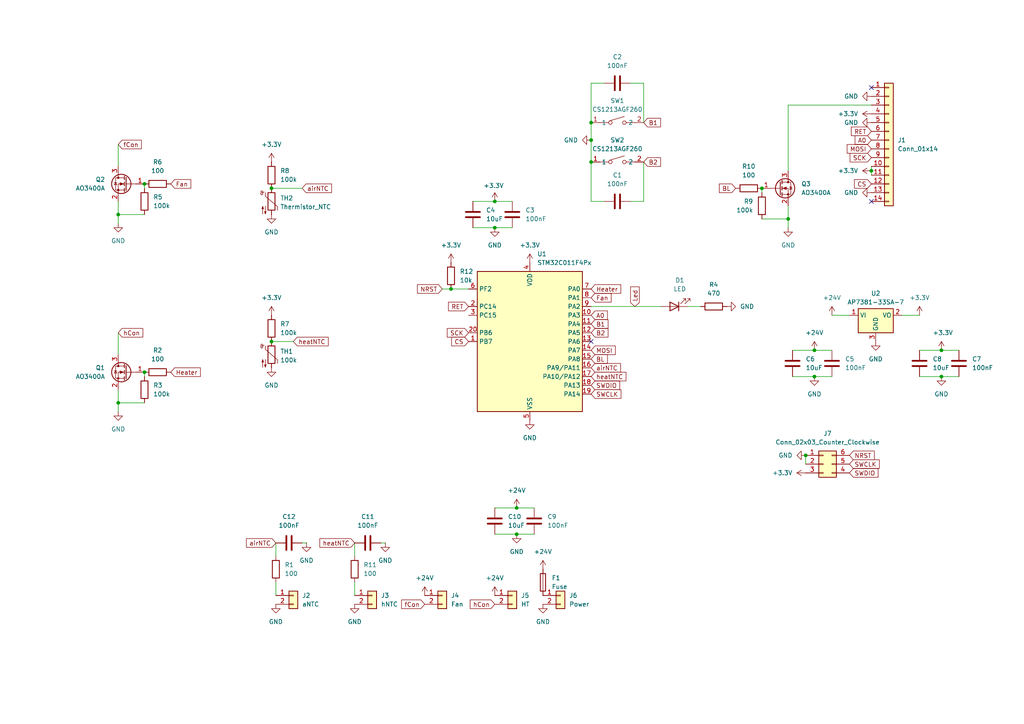
<source format=kicad_sch>
(kicad_sch (version 20250114) (generator "eeschema") (generator_version "9.0")
  (paper "A4")
  (lib_symbols
    (symbol "Connector_Generic:Conn_01x02" (pin_names (offset 1.016) (hide yes))
      (property "Reference" "J" (at 0 2.54 0))
      (property "Value" "Conn_01x02" (at 0 -5.08 0))
      (symbol "Conn_01x02_1_1"
        (rectangle (start -1.27 1.27) (end 1.27 -3.81) (stroke (width 0.254)) (fill (type background)))
        (rectangle (start -1.27 0.127) (end 0 -0.127) (stroke (width 0.1524)))
        (rectangle (start -1.27 -2.413) (end 0 -2.667) (stroke (width 0.1524)))
        (pin passive line (at -5.08 0 0) (length 3.81) (name "Pin_1") (number "1"))
        (pin passive line (at -5.08 -2.54 0) (length 3.81) (name "Pin_2") (number "2"))
      )
    )
    (symbol "Connector_Generic:Conn_01x14" (pin_names (offset 1.016) (hide yes))
      (property "Reference" "J" (at 0 17.78 0))
      (property "Value" "Conn_01x14" (at 0 -20.32 0))
      (symbol "Conn_01x14_1_1"
        (rectangle (start -1.27 16.51) (end 1.27 -19.05) (stroke (width 0.254)) (fill (type background)))
        (rectangle (start -1.27 15.367) (end 0 15.113) (stroke (width 0.1524)))
        (rectangle (start -1.27 12.827) (end 0 12.573) (stroke (width 0.1524)))
        (rectangle (start -1.27 10.287) (end 0 10.033) (stroke (width 0.1524)))
        (rectangle (start -1.27 7.747) (end 0 7.493) (stroke (width 0.1524)))
        (rectangle (start -1.27 5.207) (end 0 4.953) (stroke (width 0.1524)))
        (rectangle (start -1.27 2.667) (end 0 2.413) (stroke (width 0.1524)))
        (rectangle (start -1.27 0.127) (end 0 -0.127) (stroke (width 0.1524)))
        (rectangle (start -1.27 -2.413) (end 0 -2.667) (stroke (width 0.1524)))
        (rectangle (start -1.27 -4.953) (end 0 -5.207) (stroke (width 0.1524)))
        (rectangle (start -1.27 -7.493) (end 0 -7.747) (stroke (width 0.1524)))
        (rectangle (start -1.27 -10.033) (end 0 -10.287) (stroke (width 0.1524)))
        (rectangle (start -1.27 -12.573) (end 0 -12.827) (stroke (width 0.1524)))
        (rectangle (start -1.27 -15.113) (end 0 -15.367) (stroke (width 0.1524)))
        (rectangle (start -1.27 -17.653) (end 0 -17.907) (stroke (width 0.1524)))
        (pin passive line (at -5.08 15.24 0) (length 3.81) (name "Pin_1") (number "1"))
        (pin passive line (at -5.08 12.7 0) (length 3.81) (name "Pin_2") (number "2"))
        (pin passive line (at -5.08 10.16 0) (length 3.81) (name "Pin_3") (number "3"))
        (pin passive line (at -5.08 7.62 0) (length 3.81) (name "Pin_4") (number "4"))
        (pin passive line (at -5.08 5.08 0) (length 3.81) (name "Pin_5") (number "5"))
        (pin passive line (at -5.08 2.54 0) (length 3.81) (name "Pin_6") (number "6"))
        (pin passive line (at -5.08 0 0) (length 3.81) (name "Pin_7") (number "7"))
        (pin passive line (at -5.08 -2.54 0) (length 3.81) (name "Pin_8") (number "8"))
        (pin passive line (at -5.08 -5.08 0) (length 3.81) (name "Pin_9") (number "9"))
        (pin passive line (at -5.08 -7.62 0) (length 3.81) (name "Pin_10") (number "10"))
        (pin passive line (at -5.08 -10.16 0) (length 3.81) (name "Pin_11") (number "11"))
        (pin passive line (at -5.08 -12.7 0) (length 3.81) (name "Pin_12") (number "12"))
        (pin passive line (at -5.08 -15.24 0) (length 3.81) (name "Pin_13") (number "13"))
        (pin passive line (at -5.08 -17.78 0) (length 3.81) (name "Pin_14") (number "14"))
      )
    )
    (symbol "Connector_Generic:Conn_02x03_Counter_Clockwise" (pin_names (offset 1.016) (hide yes))
      (property "Reference" "J" (at 1.27 5.08 0))
      (property "Value" "Conn_02x03_Counter_Clockwise" (at 1.27 -5.08 0))
      (symbol "Conn_02x03_Counter_Clockwise_1_1"
        (rectangle (start -1.27 3.81) (end 3.81 -3.81) (stroke (width 0.254)) (fill (type background)))
        (rectangle (start -1.27 2.667) (end 0 2.413) (stroke (width 0.1524)))
        (rectangle (start -1.27 0.127) (end 0 -0.127) (stroke (width 0.1524)))
        (rectangle (start -1.27 -2.413) (end 0 -2.667) (stroke (width 0.1524)))
        (rectangle (start 3.81 2.667) (end 2.54 2.413) (stroke (width 0.1524)))
        (rectangle (start 3.81 0.127) (end 2.54 -0.127) (stroke (width 0.1524)))
        (rectangle (start 3.81 -2.413) (end 2.54 -2.667) (stroke (width 0.1524)))
        (pin passive line (at -5.08 2.54 0) (length 3.81) (name "Pin_1") (number "1"))
        (pin passive line (at -5.08 0 0) (length 3.81) (name "Pin_2") (number "2"))
        (pin passive line (at -5.08 -2.54 0) (length 3.81) (name "Pin_3") (number "3"))
        (pin passive line (at 7.62 2.54 180) (length 3.81) (name "Pin_6") (number "6"))
        (pin passive line (at 7.62 0 180) (length 3.81) (name "Pin_5") (number "5"))
        (pin passive line (at 7.62 -2.54 180) (length 3.81) (name "Pin_4") (number "4"))
      )
    )
    (symbol "Device:C" (pin_numbers (hide yes)) (pin_names (offset 0.254))
      (property "Reference" "C" (at 0.635 2.54 0))
      (property "Value" "C" (at 0.635 -2.54 0))
      (symbol "C_0_1"
        (polyline (pts (xy -2.032 0.762) (xy 2.032 0.762)) (stroke (width 0.508)))
        (polyline (pts (xy -2.032 -0.762) (xy 2.032 -0.762)) (stroke (width 0.508)))
      )
      (symbol "C_1_1"
        (pin passive line (at 0 3.81 270) (length 2.794) (name "~") (number "1"))
        (pin passive line (at 0 -3.81 90) (length 2.794) (name "~") (number "2"))
      )
    )
    (symbol "Device:Fuse" (pin_numbers (hide yes)) (pin_names (offset 0))
      (property "Reference" "F" (at 2.032 0 90))
      (property "Value" "Fuse" (at -1.905 0 90))
      (symbol "Fuse_0_1"
        (rectangle (start -0.762 -2.54) (end 0.762 2.54) (stroke (width 0.254)))
        (polyline (pts (xy 0 2.54) (xy 0 -2.54)))
      )
      (symbol "Fuse_1_1"
        (pin passive line (at 0 3.81 270) (length 1.27) (name "~") (number "1"))
        (pin passive line (at 0 -3.81 90) (length 1.27) (name "~") (number "2"))
      )
    )
    (symbol "Device:LED" (pin_numbers (hide yes)) (pin_names (offset 1.016) (hide yes))
      (property "Reference" "D" (at 0 2.54 0))
      (property "Value" "LED" (at 0 -2.54 0))
      (symbol "LED_0_1"
        (polyline (pts (xy -3.048 -0.762) (xy -4.572 -2.286) (xy -3.81 -2.286) (xy -4.572 -2.286) (xy -4.572 -1.524)))
        (polyline (pts (xy -1.778 -0.762) (xy -3.302 -2.286) (xy -2.54 -2.286) (xy -3.302 -2.286) (xy -3.302 -1.524)))
        (polyline (pts (xy -1.27 0) (xy 1.27 0)))
        (polyline (pts (xy -1.27 -1.27) (xy -1.27 1.27)) (stroke (width 0.254)))
        (polyline (pts (xy 1.27 -1.27) (xy 1.27 1.27) (xy -1.27 0) (xy 1.27 -1.27)) (stroke (width 0.254)))
      )
      (symbol "LED_1_1"
        (pin passive line (at -3.81 0 0) (length 2.54) (name "K") (number "1"))
        (pin passive line (at 3.81 0 180) (length 2.54) (name "A") (number "2"))
      )
    )
    (symbol "Device:R" (pin_numbers (hide yes)) (pin_names (offset 0))
      (property "Reference" "R" (at 2.032 0 90))
      (property "Value" "R" (at 0 0 90))
      (symbol "R_0_1"
        (rectangle (start -1.016 -2.54) (end 1.016 2.54) (stroke (width 0.254)))
      )
      (symbol "R_1_1"
        (pin passive line (at 0 3.81 270) (length 1.27) (name "~") (number "1"))
        (pin passive line (at 0 -3.81 90) (length 1.27) (name "~") (number "2"))
      )
    )
    (symbol "Device:Thermistor_NTC" (pin_numbers (hide yes)) (pin_names (offset 0))
      (property "Reference" "TH" (at -4.445 0 90))
      (property "Value" "Thermistor_NTC" (at 3.175 0 90))
      (symbol "Thermistor_NTC_0_1"
        (arc (start -3.175 2.413) (mid -3.0506 2.3165) (end -3.048 2.159))
        (arc (start -3.048 2.794) (mid -2.9736 2.9736) (end -2.794 3.048))
        (arc (start -2.794 3.048) (mid -2.6144 2.9736) (end -2.54 2.794))
        (arc (start -2.794 2.54) (mid -2.9736 2.6144) (end -3.048 2.794))
        (arc (start -2.794 1.905) (mid -2.9736 1.9794) (end -3.048 2.159))
        (arc (start -2.54 2.159) (mid -2.6144 1.9794) (end -2.794 1.905))
        (arc (start -2.159 2.794) (mid -2.434 2.5608) (end -2.794 2.54))
        (polyline (pts (xy -2.54 2.159) (xy -2.54 2.794)))
        (polyline (pts (xy -2.54 -3.683) (xy -2.54 -1.397) (xy -2.794 -2.159) (xy -2.286 -2.159) (xy -2.54 -1.397) (xy -2.54 -1.651)) (fill (type outline)))
        (polyline (pts (xy -1.778 2.54) (xy -1.778 1.524) (xy 1.778 -1.524) (xy 1.778 -2.54)))
        (polyline (pts (xy -1.778 -1.397) (xy -1.778 -3.683) (xy -2.032 -2.921) (xy -1.524 -2.921) (xy -1.778 -3.683) (xy -1.778 -3.429)) (fill (type outline)))
        (rectangle (start -1.016 2.54) (end 1.016 -2.54) (stroke (width 0.254)))
      )
      (symbol "Thermistor_NTC_1_1"
        (pin passive line (at 0 3.81 270) (length 1.27) (name "~") (number "1"))
        (pin passive line (at 0 -3.81 90) (length 1.27) (name "~") (number "2"))
      )
    )
    (symbol "MCU_ST_STM32C0:STM32C011F4Px"
      (property "Reference" "U" (at -15.24 21.59 0))
      (property "Value" "STM32C011F4Px" (at 2.54 21.59 0))
      (symbol "STM32C011F4Px_0_1"
        (rectangle (start -15.24 -20.32) (end 15.24 20.32) (stroke (width 0.254)) (fill (type background)))
      )
      (symbol "STM32C011F4Px_1_1"
        (pin bidirectional line (at -17.78 15.24 0) (length 2.54) (name "PF2") (number "6"))
        (pin bidirectional line (at -17.78 10.16 0) (length 2.54) (name "PC14") (number "2"))
        (pin bidirectional line (at -17.78 7.62 0) (length 2.54) (name "PC15") (number "3"))
        (pin bidirectional line (at -17.78 2.54 0) (length 2.54) (name "PB6") (number "20"))
        (pin bidirectional line (at -17.78 0 0) (length 2.54) (name "PB7") (number "1"))
        (pin power_in line (at 0 22.86 270) (length 2.54) (name "VDD") (number "4"))
        (pin power_in line (at 0 -22.86 90) (length 2.54) (name "VSS") (number "5"))
        (pin bidirectional line (at 17.78 15.24 180) (length 2.54) (name "PA0") (number "7"))
        (pin bidirectional line (at 17.78 12.7 180) (length 2.54) (name "PA1") (number "8"))
        (pin bidirectional line (at 17.78 10.16 180) (length 2.54) (name "PA2") (number "9"))
        (pin bidirectional line (at 17.78 7.62 180) (length 2.54) (name "PA3") (number "10"))
        (pin bidirectional line (at 17.78 5.08 180) (length 2.54) (name "PA4") (number "11"))
        (pin bidirectional line (at 17.78 2.54 180) (length 2.54) (name "PA5") (number "12"))
        (pin bidirectional line (at 17.78 0 180) (length 2.54) (name "PA6") (number "13"))
        (pin bidirectional line (at 17.78 -2.54 180) (length 2.54) (name "PA7") (number "14"))
        (pin bidirectional line (at 17.78 -5.08 180) (length 2.54) (name "PA8") (number "15"))
        (pin bidirectional line (at 17.78 -7.62 180) (length 2.54) (name "PA9/PA11") (number "16"))
        (pin bidirectional line (at 17.78 -10.16 180) (length 2.54) (name "PA10/PA12") (number "17"))
        (pin bidirectional line (at 17.78 -12.7 180) (length 2.54) (name "PA13") (number "18"))
        (pin bidirectional line (at 17.78 -15.24 180) (length 2.54) (name "PA14") (number "19"))
      )
    )
    (symbol "Regulator_Linear:AP7381-33SA-7"
      (property "Reference" "U" (at -3.81 3.175 0))
      (property "Value" "AP7381-33SA-7" (at 0 3.175 0))
      (symbol "AP7381-33SA-7_0_1"
        (rectangle (start -5.08 1.905) (end 5.08 -5.08) (stroke (width 0.254)) (fill (type background)))
      )
      (symbol "AP7381-33SA-7_1_1"
        (pin power_in line (at -7.62 0 0) (length 2.54) (name "VI") (number "1"))
        (pin power_in line (at 0 -7.62 90) (length 2.54) (name "GND") (number "3"))
        (pin power_out line (at 7.62 0 180) (length 2.54) (name "VO") (number "2"))
      )
    )
    (symbol "Transistor_FET:AO3400A" (pin_names (offset 0) (hide yes))
      (property "Reference" "Q" (at 5.08 1.905 0))
      (property "Value" "AO3400A" (at 5.08 0 0))
      (symbol "AO3400A_0_1"
        (polyline (pts (xy 0.254 1.905) (xy 0.254 -1.905)) (stroke (width 0.254)))
        (polyline (pts (xy 0.254 0) (xy -2.54 0)))
        (polyline (pts (xy 0.762 2.286) (xy 0.762 1.27)) (stroke (width 0.254)))
        (polyline (pts (xy 0.762 0.508) (xy 0.762 -0.508)) (stroke (width 0.254)))
        (polyline (pts (xy 0.762 -1.27) (xy 0.762 -2.286)) (stroke (width 0.254)))
        (polyline (pts (xy 0.762 -1.778) (xy 3.302 -1.778) (xy 3.302 1.778) (xy 0.762 1.778)))
        (polyline (pts (xy 1.016 0) (xy 2.032 0.381) (xy 2.032 -0.381) (xy 1.016 0)) (fill (type outline)))
        (circle (center 1.651 0) (radius 2.794) (stroke (width 0.254)))
        (polyline (pts (xy 2.54 2.54) (xy 2.54 1.778)))
        (circle (center 2.54 1.778) (radius 0.254) (fill (type outline)))
        (circle (center 2.54 -1.778) (radius 0.254) (fill (type outline)))
        (polyline (pts (xy 2.54 -2.54) (xy 2.54 0) (xy 0.762 0)))
        (polyline (pts (xy 2.921 0.381) (xy 3.683 0.381)))
        (polyline (pts (xy 3.302 0.381) (xy 2.921 -0.254) (xy 3.683 -0.254) (xy 3.302 0.381)))
      )
      (symbol "AO3400A_1_1"
        (pin input line (at -5.08 0 0) (length 2.54) (name "G") (number "1"))
        (pin passive line (at 2.54 5.08 270) (length 2.54) (name "D") (number "3"))
        (pin passive line (at 2.54 -5.08 90) (length 2.54) (name "S") (number "2"))
      )
    )
    (symbol "easyeda2kicad:TS-1088-AR02016"
      (property "Reference" "SW" (at 0 5.08 0))
      (property "Value" "TS-1088-AR02016" (at 0 -5.08 0))
      (symbol "TS-1088-AR02016_0_1"
        (polyline (pts (xy -5.08 0) (xy -2.54 0)))
        (polyline (pts (xy -2.29 0.51) (xy 2.03 1.78)))
        (circle (center -2.03 0) (radius 0.51))
        (circle (center 2.03 0) (radius 0.51))
        (polyline (pts (xy 5.08 0) (xy 2.54 0)))
        (pin unspecified line (at -7.62 0 0) (length 2.54) (name "1") (number "1"))
        (pin unspecified line (at 7.62 0 180) (length 2.54) (name "2") (number "2"))
      )
    )
    (symbol "power:+24V" (power) (pin_numbers (hide yes)) (pin_names (offset 0) (hide yes))
      (property "Value" "+24V" (at 0 3.556 0))
      (symbol "+24V_0_1"
        (polyline (pts (xy -0.762 1.27) (xy 0 2.54)))
        (polyline (pts (xy 0 2.54) (xy 0.762 1.27)))
        (polyline (pts (xy 0 0) (xy 0 2.54)))
      )
      (symbol "+24V_1_1"
        (pin power_in line (at 0 0 90) (length 0) (name "~") (number "1"))
      )
    )
    (symbol "power:+3.3V" (power) (pin_numbers (hide yes)) (pin_names (offset 0) (hide yes))
      (property "Value" "+3.3V" (at 0 3.556 0))
      (symbol "+3.3V_0_1"
        (polyline (pts (xy -0.762 1.27) (xy 0 2.54)))
        (polyline (pts (xy 0 2.54) (xy 0.762 1.27)))
        (polyline (pts (xy 0 0) (xy 0 2.54)))
      )
      (symbol "+3.3V_1_1"
        (pin power_in line (at 0 0 90) (length 0) (name "~") (number "1"))
      )
    )
    (symbol "power:GND" (power) (pin_numbers (hide yes)) (pin_names (offset 0) (hide yes))
      (property "Value" "GND" (at 0 -3.81 0))
      (symbol "GND_0_1"
        (polyline (pts (xy 0 0) (xy 0 -1.27) (xy 1.27 -1.27) (xy 0 -2.54) (xy -1.27 -1.27) (xy 0 -1.27)))
      )
      (symbol "GND_1_1"
        (pin power_in line (at 0 0 270) (length 0) (name "~") (number "1"))
      )
    )
  )
  (junction (at 228.6 63.5))
  (junction (at 34.29 62.23))
  (junction (at 171.45 40.64))
  (junction (at 252.73 49.53))
  (junction (at 273.05 109.22))
  (junction (at 143.51 58.42))
  (junction (at 236.22 101.6))
  (junction (at 41.91 107.95))
  (junction (at 171.45 46.99))
  (junction (at 236.22 109.22))
  (junction (at 149.86 147.32))
  (junction (at 143.51 66.04))
  (junction (at 220.98 54.61))
  (junction (at 130.81 83.82))
  (junction (at 273.05 101.6))
  (junction (at 78.74 99.06))
  (junction (at 149.86 154.94))
  (junction (at 78.74 54.61))
  (junction (at 233.68 132.08))
  (junction (at 34.29 116.84))
  (junction (at 41.91 53.34))
  (junction (at 171.45 35.56))
  (no_connect (at 252.73 25.4))
  (no_connect (at 171.45 99.06))
  (no_connect (at 252.73 58.42))
  (wire (pts (xy 278.13 109.22) (xy 273.05 109.22)))
  (wire (pts (xy 220.98 55.88) (xy 220.98 54.61)))
  (wire (pts (xy 233.68 132.08) (xy 233.68 134.62)))
  (wire (pts (xy 236.22 109.22) (xy 241.3 109.22)))
  (wire (pts (xy 273.05 101.6) (xy 278.13 101.6)))
  (wire (pts (xy 252.73 49.53) (xy 252.73 50.8)))
  (wire (pts (xy 182.88 58.42) (xy 186.69 58.42)))
  (wire (pts (xy 228.6 63.5) (xy 228.6 59.69)))
  (wire (pts (xy 171.45 24.13) (xy 175.26 24.13)))
  (wire (pts (xy 186.69 58.42) (xy 186.69 46.99)))
  (wire (pts (xy 171.45 58.42) (xy 175.26 58.42)))
  (wire (pts (xy 88.9 157.48) (xy 87.63 157.48)))
  (wire (pts (xy 171.45 46.99) (xy 171.45 58.42)))
  (wire (pts (xy 229.87 109.22) (xy 236.22 109.22)))
  (wire (pts (xy 228.6 63.5) (xy 220.98 63.5)))
  (wire (pts (xy 80.01 168.91) (xy 80.01 172.72)))
  (wire (pts (xy 34.29 62.23) (xy 41.91 62.23)))
  (wire (pts (xy 228.6 30.48) (xy 228.6 49.53)))
  (wire (pts (xy 228.6 66.04) (xy 228.6 63.5)))
  (wire (pts (xy 266.7 91.44) (xy 261.62 91.44)))
  (wire (pts (xy 87.63 54.61) (xy 78.74 54.61)))
  (wire (pts (xy 182.88 24.13) (xy 186.69 24.13)))
  (wire (pts (xy 137.16 58.42) (xy 143.51 58.42)))
  (wire (pts (xy 128.27 83.82) (xy 130.81 83.82)))
  (wire (pts (xy 34.29 62.23) (xy 34.29 58.42)))
  (wire (pts (xy 111.76 157.48) (xy 110.49 157.48)))
  (wire (pts (xy 143.51 58.42) (xy 148.59 58.42)))
  (wire (pts (xy 171.45 24.13) (xy 171.45 35.56)))
  (wire (pts (xy 266.7 101.6) (xy 273.05 101.6)))
  (wire (pts (xy 80.01 157.48) (xy 80.01 161.29)))
  (wire (pts (xy 34.29 96.52) (xy 34.29 102.87)))
  (wire (pts (xy 171.45 88.9) (xy 191.77 88.9)))
  (wire (pts (xy 143.51 154.94) (xy 149.86 154.94)))
  (wire (pts (xy 149.86 154.94) (xy 154.94 154.94)))
  (wire (pts (xy 143.51 66.04) (xy 148.59 66.04)))
  (wire (pts (xy 186.69 24.13) (xy 186.69 35.56)))
  (wire (pts (xy 252.73 30.48) (xy 228.6 30.48)))
  (wire (pts (xy 130.81 83.82) (xy 135.89 83.82)))
  (wire (pts (xy 34.29 116.84) (xy 41.91 116.84)))
  (wire (pts (xy 34.29 116.84) (xy 34.29 113.03)))
  (wire (pts (xy 229.87 101.6) (xy 236.22 101.6)))
  (wire (pts (xy 34.29 119.38) (xy 34.29 116.84)))
  (wire (pts (xy 241.3 91.44) (xy 246.38 91.44)))
  (wire (pts (xy 236.22 101.6) (xy 241.3 101.6)))
  (wire (pts (xy 41.91 54.61) (xy 41.91 53.34)))
  (wire (pts (xy 41.91 109.22) (xy 41.91 107.95)))
  (wire (pts (xy 143.51 147.32) (xy 149.86 147.32)))
  (wire (pts (xy 203.2 88.9) (xy 199.39 88.9)))
  (wire (pts (xy 149.86 147.32) (xy 154.94 147.32)))
  (wire (pts (xy 85.09 99.06) (xy 78.74 99.06)))
  (wire (pts (xy 34.29 41.91) (xy 34.29 48.26)))
  (wire (pts (xy 34.29 64.77) (xy 34.29 62.23)))
  (wire (pts (xy 171.45 40.64) (xy 171.45 46.99)))
  (wire (pts (xy 137.16 66.04) (xy 143.51 66.04)))
  (wire (pts (xy 102.87 157.48) (xy 102.87 161.29)))
  (wire (pts (xy 171.45 40.64) (xy 171.45 35.56)))
  (wire (pts (xy 102.87 168.91) (xy 102.87 172.72)))
  (wire (pts (xy 252.73 48.26) (xy 252.73 49.53)))
  (wire (pts (xy 266.7 109.22) (xy 273.05 109.22)))
  (global_label "Fan" (shape input) (at 49.53 53.34 0) (property "Intersheetrefs" "${INTERSHEET_REFS}" (effects (hide yes))))
  (global_label "SWDIO" (shape input) (at 246.38 137.16 0) (property "Intersheetrefs" "${INTERSHEET_REFS}" (effects (hide yes))))
  (global_label "RET" (shape input) (at 135.89 88.9 180) (property "Intersheetrefs" "${INTERSHEET_REFS}" (effects (hide yes))))
  (global_label "hCon" (shape input) (at 143.51 175.26 180) (property "Intersheetrefs" "${INTERSHEET_REFS}" (effects (hide yes))))
  (global_label "fCon" (shape input) (at 34.29 41.91 0) (property "Intersheetrefs" "${INTERSHEET_REFS}" (effects (hide yes))))
  (global_label "airNTC" (shape input) (at 80.01 157.48 180) (property "Intersheetrefs" "${INTERSHEET_REFS}" (effects (hide yes))))
  (global_label "RET" (shape input) (at 252.73 38.1 180) (property "Intersheetrefs" "${INTERSHEET_REFS}" (effects (hide yes))))
  (global_label "fCon" (shape input) (at 123.19 175.26 180) (property "Intersheetrefs" "${INTERSHEET_REFS}" (effects (hide yes))))
  (global_label "CS" (shape input) (at 252.73 53.34 180) (property "Intersheetrefs" "${INTERSHEET_REFS}" (effects (hide yes))))
  (global_label "heatNTC" (shape input) (at 171.45 109.22 0) (property "Intersheetrefs" "${INTERSHEET_REFS}" (effects (hide yes))))
  (global_label "airNTC" (shape input) (at 171.45 106.68 0) (property "Intersheetrefs" "${INTERSHEET_REFS}" (effects (hide yes))))
  (global_label "SWDIO" (shape input) (at 171.45 111.76 0) (property "Intersheetrefs" "${INTERSHEET_REFS}" (effects (hide yes))))
  (global_label "SWCLK" (shape input) (at 171.45 114.3 0) (property "Intersheetrefs" "${INTERSHEET_REFS}" (effects (hide yes))))
  (global_label "MOSI" (shape input) (at 171.45 101.6 0) (property "Intersheetrefs" "${INTERSHEET_REFS}" (effects (hide yes))))
  (global_label "Heater" (shape input) (at 171.45 83.82 0) (property "Intersheetrefs" "${INTERSHEET_REFS}" (effects (hide yes))))
  (global_label "Fan" (shape input) (at 171.45 86.36 0) (property "Intersheetrefs" "${INTERSHEET_REFS}" (effects (hide yes))))
  (global_label "B1" (shape input) (at 171.45 93.98 0) (property "Intersheetrefs" "${INTERSHEET_REFS}" (effects (hide yes))))
  (global_label "B2" (shape input) (at 171.45 96.52 0) (property "Intersheetrefs" "${INTERSHEET_REFS}" (effects (hide yes))))
  (global_label "Led" (shape input) (at 184.15 88.9 90) (property "Intersheetrefs" "${INTERSHEET_REFS}" (effects (hide yes))))
  (global_label "SCK" (shape input) (at 135.89 96.52 180) (property "Intersheetrefs" "${INTERSHEET_REFS}" (effects (hide yes))))
  (global_label "NRST" (shape input) (at 128.27 83.82 180) (property "Intersheetrefs" "${INTERSHEET_REFS}" (effects (hide yes))))
  (global_label "B1" (shape input) (at 186.69 35.56 0) (property "Intersheetrefs" "${INTERSHEET_REFS}" (effects (hide yes))))
  (global_label "BL" (shape input) (at 171.45 104.14 0) (property "Intersheetrefs" "${INTERSHEET_REFS}" (effects (hide yes))))
  (global_label "A0" (shape input) (at 171.45 91.44 0) (property "Intersheetrefs" "${INTERSHEET_REFS}" (effects (hide yes))))
  (global_label "Heater" (shape input) (at 49.53 107.95 0) (property "Intersheetrefs" "${INTERSHEET_REFS}" (effects (hide yes))))
  (global_label "BL" (shape input) (at 213.36 54.61 180) (property "Intersheetrefs" "${INTERSHEET_REFS}" (effects (hide yes))))
  (global_label "heatNTC" (shape input) (at 102.87 157.48 180) (property "Intersheetrefs" "${INTERSHEET_REFS}" (effects (hide yes))))
  (global_label "NRST" (shape input) (at 246.38 132.08 0) (property "Intersheetrefs" "${INTERSHEET_REFS}" (effects (hide yes))))
  (global_label "hCon" (shape input) (at 34.29 96.52 0) (property "Intersheetrefs" "${INTERSHEET_REFS}" (effects (hide yes))))
  (global_label "CS" (shape input) (at 135.89 99.06 180) (property "Intersheetrefs" "${INTERSHEET_REFS}" (effects (hide yes))))
  (global_label "A0" (shape input) (at 252.73 40.64 180) (property "Intersheetrefs" "${INTERSHEET_REFS}" (effects (hide yes))))
  (global_label "B2" (shape input) (at 186.69 46.99 0) (property "Intersheetrefs" "${INTERSHEET_REFS}" (effects (hide yes))))
  (global_label "SWCLK" (shape input) (at 246.38 134.62 0) (property "Intersheetrefs" "${INTERSHEET_REFS}" (effects (hide yes))))
  (global_label "MOSI" (shape input) (at 252.73 43.18 180) (property "Intersheetrefs" "${INTERSHEET_REFS}" (effects (hide yes))))
  (global_label "SCK" (shape input) (at 252.73 45.72 180) (property "Intersheetrefs" "${INTERSHEET_REFS}" (effects (hide yes))))
  (global_label "heatNTC" (shape input) (at 85.09 99.06 0) (property "Intersheetrefs" "${INTERSHEET_REFS}" (effects (hide yes))))
  (global_label "airNTC" (shape input) (at 87.63 54.61 0) (property "Intersheetrefs" "${INTERSHEET_REFS}" (effects (hide yes))))
  (symbol (lib_id "power:+24V") (at 157.48 165.1 0) (unit 1)
    (property "Reference" "#PWR022" (effects (hide yes)))
    (property "Value" "+24V" (at 157.48 160.02 0))
    (property "Description" "Power symbol creates a global label with name \"+24V\"" (effects (hide yes)))
  )
  (symbol (lib_id "Device:C") (at 278.13 105.41 0) (unit 1)
    (property "Reference" "C7" (at 281.94 104.1399 0) (effects (justify left)))
    (property "Value" "100nF" (at 281.94 106.6799 0) (effects (justify left)))
    (property "Description" "Unpolarized capacitor" (effects (hide yes)))
  )
  (symbol (lib_id "Device:C") (at 148.59 62.23 0) (unit 1)
    (property "Reference" "C3" (at 152.4 60.9599 0) (effects (justify left)))
    (property "Value" "100nF" (at 152.4 63.4999 0) (effects (justify left)))
    (property "Description" "Unpolarized capacitor" (effects (hide yes)))
  )
  (symbol (lib_id "power:GND") (at 210.82 88.9 90) (unit 1)
    (property "Reference" "#PWR07" (effects (hide yes)))
    (property "Value" "GND" (at 214.63 88.8999 90) (effects (justify right)))
    (property "Description" "Power symbol creates a global label with name \"GND\" , ground" (effects (hide yes)))
  )
  (symbol (lib_id "power:GND") (at 34.29 64.77 0) (unit 1)
    (property "Reference" "#PWR06" (effects (hide yes)))
    (property "Value" "GND" (at 34.29 69.85 0))
    (property "Description" "Power symbol creates a global label with name \"GND\" , ground" (effects (hide yes)))
  )
  (symbol (lib_id "Device:R") (at 41.91 113.03 180) (unit 1)
    (property "Reference" "R3" (at 44.45 111.7599 0) (effects (justify right)))
    (property "Value" "100k" (at 44.45 114.2999 0) (effects (justify right)))
    (property "Description" "Resistor" (effects (hide yes)))
  )
  (symbol (lib_id "power:GND") (at 78.74 62.23 0) (unit 1)
    (property "Reference" "#PWR011" (effects (hide yes)))
    (property "Value" "GND" (at 78.74 67.31 0))
    (property "Description" "Power symbol creates a global label with name \"GND\" , ground" (effects (hide yes)))
  )
  (symbol (lib_id "Device:R") (at 80.01 165.1 0) (unit 1)
    (property "Reference" "R1" (at 82.55 163.8299 0) (effects (justify left)))
    (property "Value" "100" (at 82.55 166.3699 0) (effects (justify left)))
    (property "Description" "Resistor" (effects (hide yes)))
  )
  (symbol (lib_id "Device:C") (at 266.7 105.41 0) (unit 1)
    (property "Reference" "C8" (at 270.51 104.1399 0) (effects (justify left)))
    (property "Value" "10uF" (at 270.51 106.6799 0) (effects (justify left)))
    (property "Description" "Unpolarized capacitor" (effects (hide yes)))
  )
  (symbol (lib_id "power:+3.3V") (at 273.05 101.6 0) (unit 1)
    (property "Reference" "#PWR027" (effects (hide yes)))
    (property "Value" "+3.3V" (at 270.51 96.52 0) (effects (justify left)))
    (property "Description" "Power symbol creates a global label with name \"+3.3V\"" (effects (hide yes)))
  )
  (symbol (lib_id "Device:Thermistor_NTC") (at 78.74 102.87 0) (unit 1)
    (property "Reference" "TH1" (at 81.28 101.9174 0) (effects (justify left)))
    (property "Value" "100k" (at 81.28 104.4574 0) (effects (justify left)))
    (property "Description" "Temperature dependent resistor, negative temperature coefficient" (effects (hide yes)))
  )
  (symbol (lib_id "Device:R") (at 207.01 88.9 270) (unit 1)
    (property "Reference" "R4" (at 207.01 82.55 90))
    (property "Value" "470" (at 207.01 85.09 90))
    (property "Description" "Resistor" (effects (hide yes)))
  )
  (symbol (lib_id "power:+3.3V") (at 153.67 76.2 0) (unit 1)
    (property "Reference" "#PWR01" (effects (hide yes)))
    (property "Value" "+3.3V" (at 153.67 71.12 0))
    (property "Description" "Power symbol creates a global label with name \"+3.3V\"" (effects (hide yes)))
  )
  (symbol (lib_id "Connector_Generic:Conn_01x02") (at 128.27 172.72 0) (unit 1)
    (property "Reference" "J4" (at 130.81 172.7199 0) (effects (justify left)))
    (property "Value" "Fan" (at 130.81 175.2599 0) (effects (justify left)))
    (property "Footprint" "Connector_JST:JST_XH_S2B-XH-A-1_1x02_P2.50mm_Horizontal" (effects (hide yes)))
    (property "Description" "Generic connector, single row, 01x02, script generated (kicad-library-utils/schlib/autogen/connector/)" (effects (hide yes)))
  )
  (symbol (lib_id "power:+24V") (at 143.51 172.72 0) (unit 1)
    (property "Reference" "#PWR023" (effects (hide yes)))
    (property "Value" "+24V" (at 143.51 167.64 0))
    (property "Description" "Power symbol creates a global label with name \"+24V\"" (effects (hide yes)))
  )
  (symbol (lib_id "power:GND") (at 88.9 157.48 0) (unit 1)
    (property "Reference" "#PWR036" (effects (hide yes)))
    (property "Value" "GND" (at 88.9 162.56 0))
    (property "Description" "Power symbol creates a global label with name \"GND\" , ground" (effects (hide yes)))
  )
  (symbol (lib_id "power:+24V") (at 241.3 91.44 0) (unit 1)
    (property "Reference" "#PWR04" (effects (hide yes)))
    (property "Value" "+24V" (at 241.3 86.36 0))
    (property "Description" "Power symbol creates a global label with name \"+24V\"" (effects (hide yes)))
  )
  (symbol (lib_id "power:GND") (at 236.22 109.22 0) (unit 1)
    (property "Reference" "#PWR032" (effects (hide yes)))
    (property "Value" "GND" (at 236.22 114.3 0))
    (property "Description" "Power symbol creates a global label with name \"GND\" , ground" (effects (hide yes)))
  )
  (symbol (lib_id "power:GND") (at 252.73 27.94 270) (unit 1)
    (property "Reference" "#PWR013" (effects (hide yes)))
    (property "Value" "GND" (at 248.92 27.9399 90) (effects (justify right)))
    (property "Description" "Power symbol creates a global label with name \"GND\" , ground" (effects (hide yes)))
  )
  (symbol (lib_id "power:GND") (at 149.86 154.94 0) (unit 1)
    (property "Reference" "#PWR035" (effects (hide yes)))
    (property "Value" "GND" (at 149.86 160.02 0))
    (property "Description" "Power symbol creates a global label with name \"GND\" , ground" (effects (hide yes)))
  )
  (symbol (lib_id "power:GND") (at 78.74 106.68 0) (unit 1)
    (property "Reference" "#PWR012" (effects (hide yes)))
    (property "Value" "GND" (at 78.74 111.76 0))
    (property "Description" "Power symbol creates a global label with name \"GND\" , ground" (effects (hide yes)))
  )
  (symbol (lib_id "Connector_Generic:Conn_01x02") (at 148.59 172.72 0) (unit 1)
    (property "Reference" "J5" (at 151.13 172.7199 0) (effects (justify left)))
    (property "Value" "HT" (at 151.13 175.2599 0) (effects (justify left)))
    (property "Footprint" "Connector_JST:JST_XH_S2B-XH-A-1_1x02_P2.50mm_Horizontal" (effects (hide yes)))
    (property "Description" "Generic connector, single row, 01x02, script generated (kicad-library-utils/schlib/autogen/connector/)" (effects (hide yes)))
  )
  (symbol (lib_id "Device:C") (at 106.68 157.48 90) (unit 1)
    (property "Reference" "C11" (at 106.68 149.86 90))
    (property "Value" "100nF" (at 106.68 152.4 90))
    (property "Description" "Unpolarized capacitor" (effects (hide yes)))
  )
  (symbol (lib_id "power:+24V") (at 236.22 101.6 0) (unit 1)
    (property "Reference" "#PWR033" (effects (hide yes)))
    (property "Value" "+24V" (at 236.22 96.52 0))
    (property "Description" "Power symbol creates a global label with name \"+24V\"" (effects (hide yes)))
  )
  (symbol (lib_id "power:GND") (at 252.73 55.88 270) (unit 1)
    (property "Reference" "#PWR014" (effects (hide yes)))
    (property "Value" "GND" (at 248.92 55.8799 90) (effects (justify right)))
    (property "Description" "Power symbol creates a global label with name \"GND\" , ground" (effects (hide yes)))
  )
  (symbol (lib_id "power:+3.3V") (at 266.7 91.44 0) (unit 1)
    (property "Reference" "#PWR025" (effects (hide yes)))
    (property "Value" "+3.3V" (at 266.7 86.36 0))
    (property "Description" "Power symbol creates a global label with name \"+3.3V\"" (effects (hide yes)))
  )
  (symbol (lib_id "Device:C") (at 241.3 105.41 0) (unit 1)
    (property "Reference" "C5" (at 245.11 104.1399 0) (effects (justify left)))
    (property "Value" "100nF" (at 245.11 106.6799 0) (effects (justify left)))
    (property "Description" "Unpolarized capacitor" (effects (hide yes)))
  )
  (symbol (lib_id "power:+3.3V") (at 233.68 137.16 90) (unit 1)
    (property "Reference" "#PWR026" (effects (hide yes)))
    (property "Value" "+3.3V" (at 229.87 137.1599 90) (effects (justify left)))
    (property "Description" "Power symbol creates a global label with name \"+3.3V\"" (effects (hide yes)))
  )
  (symbol (lib_id "MCU_ST_STM32C0:STM32C011F4Px") (at 153.67 99.06 0) (unit 1)
    (property "Reference" "U1" (at 155.8133 73.66 0) (effects (justify left)))
    (property "Value" "STM32C011F4Px" (at 155.8133 76.2 0) (effects (justify left)))
    (property "Footprint" "Package_SO:TSSOP-20_4.4x6.5mm_P0.65mm" (effects (hide yes)))
    (property "Datasheet" "https://www.st.com/resource/en/datasheet/stm32c011f4.pdf" (effects (hide yes)))
    (property "Description" "STMicroelectronics Arm Cortex-M0+ MCU, 16KB flash, 6KB RAM, 48 MHz, 2.0-3.6V, 18 GPIO, TSSOP20" (effects (hide yes)))
  )
  (symbol (lib_id "Device:R") (at 217.17 54.61 270) (mirror x) (unit 1)
    (property "Reference" "R10" (at 217.17 48.26 90))
    (property "Value" "100" (at 217.17 50.8 90))
    (property "Description" "Resistor" (effects (hide yes)))
  )
  (symbol (lib_id "power:GND") (at 233.68 132.08 270) (unit 1)
    (property "Reference" "#PWR028" (effects (hide yes)))
    (property "Value" "GND" (at 229.87 132.0799 90) (effects (justify right)))
    (property "Description" "Power symbol creates a global label with name \"GND\" , ground" (effects (hide yes)))
  )
  (symbol (lib_id "Device:R") (at 45.72 107.95 90) (unit 1)
    (property "Reference" "R2" (at 45.72 101.6 90))
    (property "Value" "100" (at 45.72 104.14 90))
    (property "Description" "Resistor" (effects (hide yes)))
  )
  (symbol (lib_id "power:+3.3V") (at 252.73 49.53 90) (unit 1)
    (property "Reference" "#PWR017" (effects (hide yes)))
    (property "Value" "+3.3V" (at 248.92 49.5299 90) (effects (justify left)))
    (property "Description" "Power symbol creates a global label with name \"+3.3V\"" (effects (hide yes)))
  )
  (symbol (lib_id "Transistor_FET:AO3400A") (at 36.83 107.95 0) (mirror y) (unit 1)
    (property "Reference" "Q1" (at 30.48 106.6799 0) (effects (justify left)))
    (property "Value" "AO3400A" (at 30.48 109.2199 0) (effects (justify left)))
    (property "Footprint" "Package_TO_SOT_SMD:SOT-23" (effects (hide yes)))
    (property "Datasheet" "http://www.aosmd.com/pdfs/datasheet/AO3400A.pdf" (effects (hide yes)))
    (property "Description" "30V Vds, 5.7A Id, N-Channel MOSFET, SOT-23" (effects (hide yes)))
  )
  (symbol (lib_id "power:GND") (at 143.51 66.04 0) (unit 1)
    (property "Reference" "#PWR030" (effects (hide yes)))
    (property "Value" "GND" (at 143.51 71.12 0))
    (property "Description" "Power symbol creates a global label with name \"GND\" , ground" (effects (hide yes)))
  )
  (symbol (lib_id "Connector_Generic:Conn_01x02") (at 107.95 172.72 0) (unit 1)
    (property "Reference" "J3" (at 110.49 172.7199 0) (effects (justify left)))
    (property "Value" "hNTC" (at 110.49 175.2599 0) (effects (justify left)))
    (property "Description" "Generic connector, single row, 01x02, script generated (kicad-library-utils/schlib/autogen/connector/)" (effects (hide yes)))
  )
  (symbol (lib_id "power:+24V") (at 123.19 172.72 0) (unit 1)
    (property "Reference" "#PWR024" (effects (hide yes)))
    (property "Value" "+24V" (at 123.19 167.64 0))
    (property "Description" "Power symbol creates a global label with name \"+24V\"" (effects (hide yes)))
  )
  (symbol (lib_id "Device:Thermistor_NTC") (at 78.74 58.42 0) (unit 1)
    (property "Reference" "TH2" (at 81.28 57.4674 0) (effects (justify left)))
    (property "Value" "Thermistor_NTC" (at 81.28 60.0074 0) (effects (justify left)))
    (property "Description" "Temperature dependent resistor, negative temperature coefficient" (effects (hide yes)))
  )
  (symbol (lib_id "power:GND") (at 171.45 40.64 270) (unit 1)
    (property "Reference" "#PWR09" (effects (hide yes)))
    (property "Value" "GND" (at 167.64 40.6399 90) (effects (justify right)))
    (property "Description" "Power symbol creates a global label with name \"GND\" , ground" (effects (hide yes)))
  )
  (symbol (lib_id "power:GND") (at 80.01 175.26 0) (unit 1)
    (property "Reference" "#PWR021" (effects (hide yes)))
    (property "Value" "GND" (at 80.01 180.34 0))
    (property "Description" "Power symbol creates a global label with name \"GND\" , ground" (effects (hide yes)))
  )
  (symbol (lib_id "Device:C") (at 154.94 151.13 0) (unit 1)
    (property "Reference" "C9" (at 158.75 149.8599 0) (effects (justify left)))
    (property "Value" "100nF" (at 158.75 152.3999 0) (effects (justify left)))
    (property "Description" "Unpolarized capacitor" (effects (hide yes)))
  )
  (symbol (lib_id "Device:Fuse") (at 157.48 168.91 180) (unit 1)
    (property "Reference" "F1" (at 160.02 167.6399 0) (effects (justify right)))
    (property "Value" "Fuse" (at 160.02 170.1799 0) (effects (justify right)))
    (property "Footprint" "Fuse:Fuse_1206_3216Metric" (effects (hide yes)))
    (property "Description" "Fuse" (effects (hide yes)))
  )
  (symbol (lib_id "power:GND") (at 157.48 175.26 0) (unit 1)
    (property "Reference" "#PWR019" (effects (hide yes)))
    (property "Value" "GND" (at 157.48 180.34 0))
    (property "Description" "Power symbol creates a global label with name \"GND\" , ground" (effects (hide yes)))
  )
  (symbol (lib_id "power:GND") (at 273.05 109.22 0) (unit 1)
    (property "Reference" "#PWR029" (effects (hide yes)))
    (property "Value" "GND" (at 273.05 114.3 0))
    (property "Description" "Power symbol creates a global label with name \"GND\" , ground" (effects (hide yes)))
  )
  (symbol (lib_id "Device:R") (at 102.87 165.1 0) (unit 1)
    (property "Reference" "R11" (at 105.41 163.8299 0) (effects (justify left)))
    (property "Value" "100" (at 105.41 166.3699 0) (effects (justify left)))
    (property "Description" "Resistor" (effects (hide yes)))
  )
  (symbol (lib_id "Device:R") (at 78.74 50.8 0) (unit 1)
    (property "Reference" "R8" (at 81.28 49.5299 0) (effects (justify left)))
    (property "Value" "100k" (at 81.28 52.0699 0) (effects (justify left)))
    (property "Description" "Resistor" (effects (hide yes)))
  )
  (symbol (lib_id "power:GND") (at 252.73 35.56 270) (unit 1)
    (property "Reference" "#PWR016" (effects (hide yes)))
    (property "Value" "GND" (at 248.92 35.5599 90) (effects (justify right)))
    (property "Description" "Power symbol creates a global label with name \"GND\" , ground" (effects (hide yes)))
  )
  (symbol (lib_id "easyeda2kicad:TS-1088-AR02016") (at 179.07 35.56 0) (unit 1)
    (property "Reference" "SW1" (at 179.07 29.21 0))
    (property "Value" "CS1213AGF260" (at 179.07 31.75 0))
    (property "Footprint" "easyeda2kicad:SW-SMD_L3.9-W3.0-P4.45" (effects (hide yes)))
    (property "Datasheet" "https://lcsc.com/product-detail/Tactile-Switches_XUNPU-TS-1088-AR02016_C720477.html" (effects (hide yes)))
  )
  (symbol (lib_id "power:+3.3V") (at 252.73 33.02 90) (unit 1)
    (property "Reference" "#PWR018" (effects (hide yes)))
    (property "Value" "+3.3V" (at 248.92 33.0199 90) (effects (justify left)))
    (property "Description" "Power symbol creates a global label with name \"+3.3V\"" (effects (hide yes)))
  )
  (symbol (lib_id "Device:C") (at 179.07 58.42 270) (unit 1)
    (property "Reference" "C1" (at 179.07 50.8 90))
    (property "Value" "100nF" (at 179.07 53.34 90))
    (property "Description" "Unpolarized capacitor" (effects (hide yes)))
  )
  (symbol (lib_id "Device:R") (at 45.72 53.34 90) (unit 1)
    (property "Reference" "R6" (at 45.72 46.99 90))
    (property "Value" "100" (at 45.72 49.53 90))
    (property "Description" "Resistor" (effects (hide yes)))
  )
  (symbol (lib_id "Device:R") (at 220.98 59.69 0) (mirror x) (unit 1)
    (property "Reference" "R9" (at 218.44 58.4199 0) (effects (justify right)))
    (property "Value" "100k" (at 218.44 60.9599 0) (effects (justify right)))
    (property "Description" "Resistor" (effects (hide yes)))
  )
  (symbol (lib_id "power:GND") (at 34.29 119.38 0) (unit 1)
    (property "Reference" "#PWR03" (effects (hide yes)))
    (property "Value" "GND" (at 34.29 124.46 0))
    (property "Description" "Power symbol creates a global label with name \"GND\" , ground" (effects (hide yes)))
  )
  (symbol (lib_id "easyeda2kicad:TS-1088-AR02016") (at 179.07 46.99 0) (unit 1)
    (property "Reference" "SW2" (at 179.07 40.64 0))
    (property "Value" "CS1213AGF260" (at 179.07 43.18 0))
    (property "Footprint" "easyeda2kicad:SW-SMD_L3.9-W3.0-P4.45" (effects (hide yes)))
    (property "Datasheet" "https://lcsc.com/product-detail/Tactile-Switches_XUNPU-TS-1088-AR02016_C720477.html" (effects (hide yes)))
  )
  (symbol (lib_id "Device:C") (at 137.16 62.23 0) (unit 1)
    (property "Reference" "C4" (at 140.97 60.9599 0) (effects (justify left)))
    (property "Value" "10uF" (at 140.97 63.4999 0) (effects (justify left)))
    (property "Description" "Unpolarized capacitor" (effects (hide yes)))
  )
  (symbol (lib_id "Transistor_FET:AO3400A") (at 226.06 54.61 0) (unit 1)
    (property "Reference" "Q3" (at 232.41 53.3399 0) (effects (justify left)))
    (property "Value" "AO3400A" (at 232.41 55.8799 0) (effects (justify left)))
    (property "Footprint" "Package_TO_SOT_SMD:SOT-23" (effects (hide yes)))
    (property "Datasheet" "http://www.aosmd.com/pdfs/datasheet/AO3400A.pdf" (effects (hide yes)))
    (property "Description" "30V Vds, 5.7A Id, N-Channel MOSFET, SOT-23" (effects (hide yes)))
  )
  (symbol (lib_id "Device:R") (at 130.81 80.01 0) (unit 1)
    (property "Reference" "R12" (at 133.35 78.7399 0) (effects (justify left)))
    (property "Value" "10k" (at 133.35 81.2799 0) (effects (justify left)))
    (property "Description" "Resistor" (effects (hide yes)))
  )
  (symbol (lib_id "Regulator_Linear:AP7381-33SA-7") (at 254 91.44 0) (unit 1)
    (property "Reference" "U2" (at 254 85.09 0))
    (property "Value" "AP7381-33SA-7" (at 254 87.63 0))
    (property "Footprint" "Package_TO_SOT_SMD:SOT-23" (effects (hide yes)))
    (property "Datasheet" "https://www.diodes.com/assets/Datasheets/AP7381.pdf" (effects (hide yes)))
    (property "Description" "150mA Low Dropout Voltage Regulator, Fixed Output 3.3V, Wide Input Voltage Range 40V, SOT-23" (effects (hide yes)))
  )
  (symbol (lib_id "Connector_Generic:Conn_01x14") (at 257.81 40.64 0) (unit 1)
    (property "Reference" "J1" (at 260.35 40.6399 0) (effects (justify left)))
    (property "Value" "Conn_01x14" (at 260.35 43.1799 0) (effects (justify left)))
    (property "Description" "Generic connector, single row, 01x14, script generated (kicad-library-utils/schlib/autogen/connector/)" (effects (hide yes)))
  )
  (symbol (lib_id "Device:C") (at 179.07 24.13 270) (unit 1)
    (property "Reference" "C2" (at 179.07 16.51 90))
    (property "Value" "100nF" (at 179.07 19.05 90))
    (property "Description" "Unpolarized capacitor" (effects (hide yes)))
  )
  (symbol (lib_id "Device:C") (at 229.87 105.41 0) (unit 1)
    (property "Reference" "C6" (at 233.68 104.1399 0) (effects (justify left)))
    (property "Value" "10uF" (at 233.68 106.6799 0) (effects (justify left)))
    (property "Description" "Unpolarized capacitor" (effects (hide yes)))
  )
  (symbol (lib_id "power:+24V") (at 149.86 147.32 0) (unit 1)
    (property "Reference" "#PWR034" (effects (hide yes)))
    (property "Value" "+24V" (at 149.86 142.24 0))
    (property "Description" "Power symbol creates a global label with name \"+24V\"" (effects (hide yes)))
  )
  (symbol (lib_id "Device:R") (at 41.91 58.42 180) (unit 1)
    (property "Reference" "R5" (at 44.45 57.1499 0) (effects (justify right)))
    (property "Value" "100k" (at 44.45 59.6899 0) (effects (justify right)))
    (property "Description" "Resistor" (effects (hide yes)))
  )
  (symbol (lib_id "power:+3.3V") (at 78.74 91.44 0) (unit 1)
    (property "Reference" "#PWR08" (effects (hide yes)))
    (property "Value" "+3.3V" (at 78.74 86.36 0))
    (property "Description" "Power symbol creates a global label with name \"+3.3V\"" (effects (hide yes)))
  )
  (symbol (lib_id "Device:C") (at 143.51 151.13 0) (unit 1)
    (property "Reference" "C10" (at 147.32 149.8599 0) (effects (justify left)))
    (property "Value" "10uF" (at 147.32 152.3999 0) (effects (justify left)))
    (property "Description" "Unpolarized capacitor" (effects (hide yes)))
  )
  (symbol (lib_id "Device:LED") (at 195.58 88.9 180) (unit 1)
    (property "Reference" "D1" (at 197.1675 81.28 0))
    (property "Value" "LED" (at 197.1675 83.82 0))
    (property "Description" "Light emitting diode" (effects (hide yes)))
    (property "Sim.Pins" "1=K 2=A" (effects (hide yes)))
  )
  (symbol (lib_id "power:GND") (at 228.6 66.04 0) (mirror y) (unit 1)
    (property "Reference" "#PWR015" (effects (hide yes)))
    (property "Value" "GND" (at 228.6 71.12 0))
    (property "Description" "Power symbol creates a global label with name \"GND\" , ground" (effects (hide yes)))
  )
  (symbol (lib_id "Connector_Generic:Conn_01x02") (at 85.09 172.72 0) (unit 1)
    (property "Reference" "J2" (at 87.63 172.7199 0) (effects (justify left)))
    (property "Value" "aNTC" (at 87.63 175.2599 0) (effects (justify left)))
    (property "Description" "Generic connector, single row, 01x02, script generated (kicad-library-utils/schlib/autogen/connector/)" (effects (hide yes)))
  )
  (symbol (lib_id "Device:C") (at 83.82 157.48 90) (unit 1)
    (property "Reference" "C12" (at 83.82 149.86 90))
    (property "Value" "100nF" (at 83.82 152.4 90))
    (property "Description" "Unpolarized capacitor" (effects (hide yes)))
  )
  (symbol (lib_id "Transistor_FET:AO3400A") (at 36.83 53.34 0) (mirror y) (unit 1)
    (property "Reference" "Q2" (at 30.48 52.0699 0) (effects (justify left)))
    (property "Value" "AO3400A" (at 30.48 54.6099 0) (effects (justify left)))
    (property "Footprint" "Package_TO_SOT_SMD:SOT-23" (effects (hide yes)))
    (property "Datasheet" "http://www.aosmd.com/pdfs/datasheet/AO3400A.pdf" (effects (hide yes)))
    (property "Description" "30V Vds, 5.7A Id, N-Channel MOSFET, SOT-23" (effects (hide yes)))
  )
  (symbol (lib_id "Device:R") (at 78.74 95.25 0) (unit 1)
    (property "Reference" "R7" (at 81.28 93.9799 0) (effects (justify left)))
    (property "Value" "100k" (at 81.28 96.5199 0) (effects (justify left)))
    (property "Description" "Resistor" (effects (hide yes)))
  )
  (symbol (lib_id "power:GND") (at 111.76 157.48 0) (unit 1)
    (property "Reference" "#PWR037" (effects (hide yes)))
    (property "Value" "GND" (at 111.76 162.56 0))
    (property "Description" "Power symbol creates a global label with name \"GND\" , ground" (effects (hide yes)))
  )
  (symbol (lib_id "power:+3.3V") (at 143.51 58.42 0) (unit 1)
    (property "Reference" "#PWR031" (effects (hide yes)))
    (property "Value" "+3.3V" (at 140.208 53.848 0) (effects (justify left)))
    (property "Description" "Power symbol creates a global label with name \"+3.3V\"" (effects (hide yes)))
  )
  (symbol (lib_id "power:+3.3V") (at 130.81 76.2 0) (unit 1)
    (property "Reference" "#PWR038" (effects (hide yes)))
    (property "Value" "+3.3V" (at 130.81 71.12 0))
    (property "Description" "Power symbol creates a global label with name \"+3.3V\"" (effects (hide yes)))
  )
  (symbol (lib_id "power:+3.3V") (at 78.74 46.99 0) (unit 1)
    (property "Reference" "#PWR010" (effects (hide yes)))
    (property "Value" "+3.3V" (at 78.74 41.91 0))
    (property "Description" "Power symbol creates a global label with name \"+3.3V\"" (effects (hide yes)))
  )
  (symbol (lib_id "Connector_Generic:Conn_01x02") (at 162.56 172.72 0) (unit 1)
    (property "Reference" "J6" (at 165.1 172.7199 0) (effects (justify left)))
    (property "Value" "Power" (at 165.1 175.2599 0) (effects (justify left)))
    (property "Footprint" "Connector_JST:JST_XH_S2B-XH-A-1_1x02_P2.50mm_Horizontal" (effects (hide yes)))
    (property "Description" "Generic connector, single row, 01x02, script generated (kicad-library-utils/schlib/autogen/connector/)" (effects (hide yes)))
  )
  (symbol (lib_id "power:GND") (at 102.87 175.26 0) (unit 1)
    (property "Reference" "#PWR020" (effects (hide yes)))
    (property "Value" "GND" (at 102.87 180.34 0))
    (property "Description" "Power symbol creates a global label with name \"GND\" , ground" (effects (hide yes)))
  )
  (symbol (lib_id "power:GND") (at 153.67 121.92 0) (unit 1)
    (property "Reference" "#PWR02" (effects (hide yes)))
    (property "Value" "GND" (at 153.67 127 0))
    (property "Description" "Power symbol creates a global label with name \"GND\" , ground" (effects (hide yes)))
  )
  (symbol (lib_id "power:GND") (at 254 99.06 0) (unit 1)
    (property "Reference" "#PWR05" (effects (hide yes)))
    (property "Value" "GND" (at 254 104.14 0))
    (property "Description" "Power symbol creates a global label with name \"GND\" , ground" (effects (hide yes)))
  )
  (symbol (lib_id "Connector_Generic:Conn_02x03_Counter_Clockwise") (at 238.76 134.62 0) (unit 1)
    (property "Reference" "J7" (at 240.03 125.73 0))
    (property "Value" "Conn_02x03_Counter_Clockwise" (at 240.03 128.27 0))
    (property "Footprint" "Connector_PinSocket_2.54mm:PinSocket_2x03_P2.54mm_Vertical_SMD" (effects (hide yes)))
    (property "Description" "Generic connector, double row, 02x03, counter clockwise pin numbering scheme (similar to DIP package numbering), script generated (kicad-library-utils/schlib/autogen/connector/)" (effects (hide yes)))
  )
)
</source>
